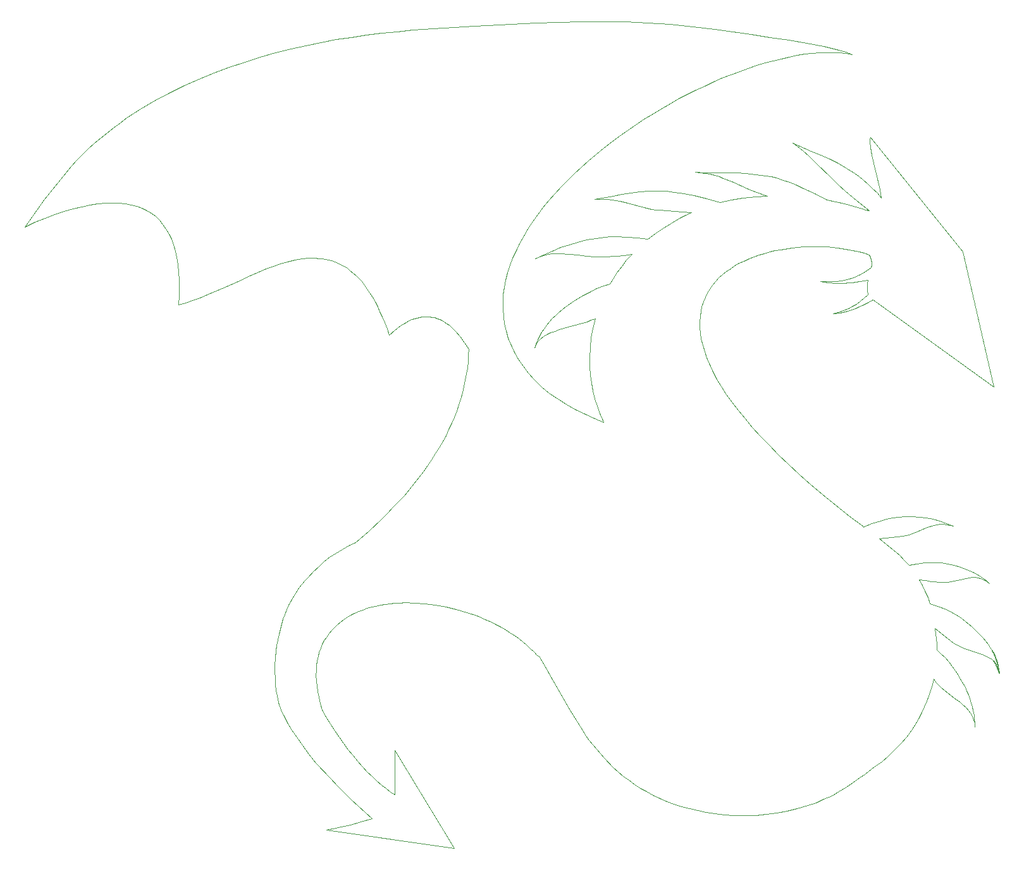
<source format=gbr>
G04 #@! TF.GenerationSoftware,KiCad,Pcbnew,5.1.2*
G04 #@! TF.CreationDate,2019-10-10T00:14:00-05:00*
G04 #@! TF.ProjectId,dragos,64726167-6f73-42e6-9b69-6361645f7063,rev?*
G04 #@! TF.SameCoordinates,Original*
G04 #@! TF.FileFunction,Profile,NP*
%FSLAX46Y46*%
G04 Gerber Fmt 4.6, Leading zero omitted, Abs format (unit mm)*
G04 Created by KiCad (PCBNEW 5.1.2) date 2019-10-10 00:14:00*
%MOMM*%
%LPD*%
G04 APERTURE LIST*
%ADD10C,0.150000*%
%ADD11C,0.100000*%
G04 APERTURE END LIST*
D10*
X208000000Y-124250000D02*
X208500000Y-125550000D01*
X208000000Y-124250000D02*
X207745500Y-123899340D01*
X207800000Y-123000000D02*
X207554490Y-122528064D01*
X208150000Y-123900000D02*
X207802280Y-122997609D01*
X208250000Y-124200000D02*
X208150000Y-123900000D01*
X208350000Y-124600000D02*
X208250000Y-124200000D01*
X208500000Y-125550000D02*
X208350000Y-124600000D01*
D11*
X207745500Y-123899340D02*
X207397000Y-123613140D01*
X207397000Y-123613140D02*
X207002500Y-123364579D01*
X207002500Y-123364579D02*
X206570110Y-123146900D01*
X206570110Y-123146900D02*
X206107940Y-122953337D01*
X206107940Y-122953337D02*
X205126750Y-122611519D01*
X205126750Y-122611519D02*
X204123920Y-122285008D01*
X204123920Y-122285008D02*
X203634680Y-122110588D01*
X203634680Y-122110588D02*
X203164380Y-121919707D01*
X203164380Y-121919707D02*
X202721160Y-121705601D01*
X202721160Y-121705601D02*
X202313130Y-121461506D01*
X202313130Y-121461506D02*
X201152690Y-120563139D01*
X201152690Y-120563139D02*
X199893240Y-119501432D01*
X199893240Y-119501432D02*
X199983340Y-120195627D01*
X199983340Y-120195627D02*
X200052840Y-120906151D01*
X200052840Y-120906151D02*
X200097440Y-121633011D01*
X200097440Y-121633011D02*
X200113240Y-122376204D01*
X200113240Y-122376204D02*
X200665280Y-122882558D01*
X200665280Y-122882558D02*
X201196680Y-123421580D01*
X201196680Y-123421580D02*
X201703340Y-123993270D01*
X201703340Y-123993270D02*
X202181140Y-124597620D01*
X202181140Y-124597620D02*
X202806050Y-125499640D01*
X202806050Y-125499640D02*
X203385580Y-126439950D01*
X203385580Y-126439950D02*
X203907370Y-127415990D01*
X203907370Y-127415990D02*
X204142750Y-127916610D01*
X204142750Y-127916610D02*
X204359030Y-128425200D01*
X204359030Y-128425200D02*
X204554700Y-128941460D01*
X204554700Y-128941460D02*
X204728200Y-129465040D01*
X204728200Y-129465040D02*
X204877980Y-129995650D01*
X204877980Y-129995650D02*
X205002490Y-130532960D01*
X205002490Y-130532960D02*
X205100190Y-131076650D01*
X205100190Y-131076650D02*
X205169590Y-131626400D01*
X205169590Y-131626400D02*
X205208990Y-132181890D01*
X205208990Y-132181890D02*
X205216990Y-132742810D01*
X205216990Y-132742810D02*
X205206690Y-132478570D01*
X205206690Y-132478570D02*
X205176590Y-132224530D01*
X205176590Y-132224530D02*
X205060790Y-131744990D01*
X205060790Y-131744990D02*
X204877690Y-131300030D01*
X204877690Y-131300030D02*
X204635420Y-130885500D01*
X204635420Y-130885500D02*
X204342110Y-130497260D01*
X204342110Y-130497260D02*
X204005880Y-130131160D01*
X204005880Y-130131160D02*
X203634840Y-129783060D01*
X203634840Y-129783060D02*
X203237130Y-129448800D01*
X203237130Y-129448800D02*
X202394120Y-128805220D01*
X202394120Y-128805220D02*
X201541820Y-128167260D01*
X201541820Y-128167260D02*
X201132510Y-127840020D01*
X201132510Y-127840020D02*
X200745230Y-127501740D01*
X200745230Y-127501740D02*
X200388110Y-127148270D01*
X200388110Y-127148270D02*
X200069270Y-126775480D01*
X200069270Y-126775480D02*
X199909790Y-126535910D01*
X199909790Y-126535910D02*
X199717290Y-126296350D01*
X199717290Y-126296350D02*
X199535810Y-127045670D01*
X199535810Y-127045670D02*
X199321320Y-127790900D01*
X199321320Y-127790900D02*
X199073830Y-128532050D01*
X199073830Y-128532050D02*
X198793340Y-129269120D01*
X198793340Y-129269120D02*
X198479860Y-130002110D01*
X198479860Y-130002110D02*
X198133380Y-130731010D01*
X198133380Y-130731010D02*
X197753890Y-131455830D01*
X197753890Y-131455830D02*
X197341410Y-132176560D01*
X197341410Y-132176560D02*
X196716510Y-133136350D01*
X196716510Y-133136350D02*
X196029730Y-134056330D01*
X196029730Y-134056330D02*
X195281080Y-134937510D01*
X195281080Y-134937510D02*
X194470550Y-135780920D01*
X194470550Y-135780920D02*
X193598160Y-136587570D01*
X193598160Y-136587570D02*
X192752210Y-137336640D01*
X192752210Y-137336640D02*
X191778160Y-138072870D01*
X191778160Y-138072870D02*
X191010780Y-138680800D01*
X191010780Y-138680800D02*
X190479680Y-139080590D01*
X190479680Y-139080590D02*
X189780660Y-139531670D01*
X189780660Y-139531670D02*
X188910330Y-140177470D01*
X188910330Y-140177470D02*
X187998760Y-140800200D01*
X187998760Y-140800200D02*
X187045930Y-141378010D01*
X187045930Y-141378010D02*
X186051850Y-141910900D01*
X186051850Y-141910900D02*
X185016520Y-142398880D01*
X185016520Y-142398880D02*
X183939950Y-142841930D01*
X183939950Y-142841930D02*
X182822130Y-143240080D01*
X182822130Y-143240080D02*
X181448660Y-143646210D01*
X181448660Y-143646210D02*
X180067460Y-143981910D01*
X180067460Y-143981910D02*
X178679030Y-144246140D01*
X178679030Y-144246140D02*
X177283900Y-144437900D01*
X177283900Y-144437900D02*
X175882590Y-144556150D01*
X175882590Y-144556150D02*
X174475610Y-144599850D01*
X174475610Y-144599850D02*
X173063460Y-144568050D01*
X173063460Y-144568050D02*
X171646682Y-144459660D01*
X171646682Y-144459660D02*
X170427976Y-144312470D01*
X170427976Y-144312470D02*
X169247425Y-144131610D01*
X169247425Y-144131610D02*
X168106060Y-143916040D01*
X168106060Y-143916040D02*
X167004911Y-143664730D01*
X167004911Y-143664730D02*
X165945009Y-143376680D01*
X165945009Y-143376680D02*
X164927388Y-143050840D01*
X164927388Y-143050840D02*
X163953076Y-142686220D01*
X163953076Y-142686220D02*
X163023104Y-142281790D01*
X163023104Y-142281790D02*
X162130344Y-141844860D01*
X162130344Y-141844860D02*
X161268003Y-141383430D01*
X161268003Y-141383430D02*
X160437631Y-140897490D01*
X160437631Y-140897490D02*
X159640771Y-140387060D01*
X159640771Y-140387060D02*
X158878973Y-139852130D01*
X158878973Y-139852130D02*
X158153781Y-139292680D01*
X158153781Y-139292680D02*
X157466745Y-138708750D01*
X157466745Y-138708750D02*
X156819409Y-138100300D01*
X156819409Y-138100300D02*
X155623907Y-136867780D01*
X155623907Y-136867780D02*
X154548022Y-135655660D01*
X154548022Y-135655660D02*
X153595880Y-134468050D01*
X153595880Y-134468050D02*
X153167503Y-133884700D01*
X153167503Y-133884700D02*
X152771609Y-133309020D01*
X152771609Y-133309020D02*
X151939086Y-131985290D01*
X151939086Y-131985290D02*
X150962198Y-130363470D01*
X150962198Y-130363470D02*
X149845065Y-128439470D01*
X149845065Y-128439470D02*
X148591813Y-126209210D01*
X148591813Y-126209210D02*
X147747820Y-124685550D01*
X147747820Y-124685550D02*
X146900200Y-123245449D01*
X146900200Y-123245449D02*
X146658971Y-123146209D01*
X146658971Y-123146209D02*
X146195062Y-122660596D01*
X146195062Y-122660596D02*
X145708997Y-122190624D01*
X145708997Y-122190624D02*
X145201879Y-121736475D01*
X145201879Y-121736475D02*
X144674804Y-121298332D01*
X144674804Y-121298332D02*
X144128873Y-120876383D01*
X144128873Y-120876383D02*
X143565189Y-120470808D01*
X143565189Y-120470808D02*
X142984844Y-120081793D01*
X142984844Y-120081793D02*
X142388941Y-119709523D01*
X142388941Y-119709523D02*
X141778578Y-119354182D01*
X141778578Y-119354182D02*
X141154858Y-119015952D01*
X141154858Y-119015952D02*
X140518876Y-118695017D01*
X140518876Y-118695017D02*
X139871736Y-118391566D01*
X139871736Y-118391566D02*
X138548367Y-117837838D01*
X138548367Y-117837838D02*
X137193546Y-117356244D01*
X137193546Y-117356244D02*
X135816068Y-116948253D01*
X135816068Y-116948253D02*
X134424729Y-116615340D01*
X134424729Y-116615340D02*
X133028323Y-116358979D01*
X133028323Y-116358979D02*
X131635641Y-116180642D01*
X131635641Y-116180642D02*
X130255483Y-116081802D01*
X130255483Y-116081802D02*
X128896639Y-116063922D01*
X128896639Y-116063922D02*
X128227961Y-116085802D01*
X128227961Y-116085802D02*
X127567906Y-116128492D01*
X127567906Y-116128492D02*
X126917580Y-116192162D01*
X126917580Y-116192162D02*
X126278080Y-116276992D01*
X126278080Y-116276992D02*
X125650505Y-116383158D01*
X125650505Y-116383158D02*
X125035952Y-116510860D01*
X125035952Y-116510860D02*
X124435523Y-116660290D01*
X124435523Y-116660290D02*
X123850318Y-116831610D01*
X123850318Y-116831610D02*
X123281433Y-117025016D01*
X123281433Y-117025016D02*
X122729973Y-117240688D01*
X122729973Y-117240688D02*
X122197032Y-117478814D01*
X122197032Y-117478814D02*
X121683710Y-117739575D01*
X121683710Y-117739575D02*
X121191110Y-118023157D01*
X121191110Y-118023157D02*
X120720328Y-118329743D01*
X120720328Y-118329743D02*
X120272461Y-118659520D01*
X120272461Y-118659520D02*
X119848615Y-119012667D01*
X119848615Y-119012667D02*
X119449886Y-119389372D01*
X119449886Y-119389372D02*
X119077371Y-119789818D01*
X119077371Y-119789818D02*
X118732172Y-120214191D01*
X118732172Y-120214191D02*
X118415388Y-120662671D01*
X118415388Y-120662671D02*
X118128119Y-121135446D01*
X118128119Y-121135446D02*
X117871462Y-121632696D01*
X117871462Y-121632696D02*
X117646520Y-122154611D01*
X117646520Y-122154611D02*
X117454388Y-122701371D01*
X117454388Y-122701371D02*
X117296161Y-123273162D01*
X117296161Y-123273162D02*
X117172957Y-123870170D01*
X117172957Y-123870170D02*
X117085857Y-124492570D01*
X117085857Y-124492570D02*
X117035977Y-125140550D01*
X117035977Y-125140550D02*
X117024347Y-125814300D01*
X117024347Y-125814300D02*
X117052177Y-126514010D01*
X117052177Y-126514010D02*
X117120507Y-127239840D01*
X117120507Y-127239840D02*
X117230451Y-127992000D01*
X117230451Y-127992000D02*
X117383106Y-128770650D01*
X117383106Y-128770650D02*
X117579556Y-129576000D01*
X117579556Y-129576000D02*
X117820910Y-130408220D01*
X117820910Y-130408220D02*
X118362464Y-131354050D01*
X118362464Y-131354050D02*
X118923935Y-132280540D01*
X118923935Y-132280540D02*
X119503068Y-133185170D01*
X119503068Y-133185170D02*
X120097611Y-134065380D01*
X120097611Y-134065380D02*
X120705311Y-134918640D01*
X120705311Y-134918640D02*
X121323914Y-135742400D01*
X121323914Y-135742400D02*
X121951167Y-136534120D01*
X121951167Y-136534120D02*
X122584818Y-137291260D01*
X122584818Y-137291260D02*
X123222612Y-138011280D01*
X123222612Y-138011280D02*
X123862297Y-138691640D01*
X123862297Y-138691640D02*
X124501620Y-139329790D01*
X124501620Y-139329790D02*
X125138328Y-139923200D01*
X125138328Y-139923200D02*
X125770166Y-140469310D01*
X125770166Y-140469310D02*
X126394883Y-140965600D01*
X126394883Y-140965600D02*
X127010225Y-141409510D01*
X127010225Y-141409510D02*
X127613939Y-141798510D01*
X127613939Y-141798510D02*
X127604739Y-135835310D01*
X127604739Y-135835310D02*
X135524351Y-148946010D01*
X135524351Y-148946010D02*
X118409194Y-146506810D01*
X118409194Y-146506810D02*
X118799341Y-146462810D01*
X118799341Y-146462810D02*
X119267924Y-146383010D01*
X119267924Y-146383010D02*
X120387032Y-146136630D01*
X120387032Y-146136630D02*
X121659791Y-145808600D01*
X121659791Y-145808600D02*
X122979466Y-145439720D01*
X122979466Y-145439720D02*
X124567675Y-145003600D01*
X124567675Y-145003600D02*
X123593365Y-144170050D01*
X123593365Y-144170050D02*
X122637302Y-143307660D01*
X122637302Y-143307660D02*
X121694872Y-142417460D01*
X121694872Y-142417460D02*
X120761463Y-141500470D01*
X120761463Y-141500470D02*
X119832462Y-140557720D01*
X119832462Y-140557720D02*
X118903254Y-139590240D01*
X118903254Y-139590240D02*
X117025768Y-137585210D01*
X117025768Y-137585210D02*
X117025768Y-137585210D01*
X117025768Y-137585210D02*
X116669407Y-137145300D01*
X116669407Y-137145300D02*
X116041447Y-136389730D01*
X116041447Y-136389730D02*
X115171853Y-135166310D01*
X115171853Y-135166310D02*
X114467629Y-134099440D01*
X114467629Y-134099440D02*
X113794857Y-133102230D01*
X113794857Y-133102230D02*
X113181893Y-132100930D01*
X113181893Y-132100930D02*
X112657095Y-131127190D01*
X112657095Y-131127190D02*
X112436622Y-130660550D01*
X112436622Y-130660550D02*
X112248827Y-130212660D01*
X112248827Y-130212660D02*
X112097251Y-129787490D01*
X112097251Y-129787490D02*
X111985440Y-129388990D01*
X111985440Y-129388990D02*
X111820629Y-128610910D01*
X111820629Y-128610910D02*
X111689838Y-127811400D01*
X111689838Y-127811400D02*
X111594098Y-126989430D01*
X111594098Y-126989430D02*
X111534468Y-126143980D01*
X111534468Y-126143980D02*
X111511958Y-125274030D01*
X111511958Y-125274030D02*
X111527598Y-124378560D01*
X111527598Y-124378560D02*
X111582428Y-123456540D01*
X111582428Y-123456540D02*
X111677468Y-122506957D01*
X111677468Y-122506957D02*
X111779054Y-121756116D01*
X111779054Y-121756116D02*
X111902365Y-121022696D01*
X111902365Y-121022696D02*
X112047453Y-120306757D01*
X112047453Y-120306757D02*
X112214391Y-119608366D01*
X112214391Y-119608366D02*
X112403241Y-118927581D01*
X112403241Y-118927581D02*
X112614068Y-118264473D01*
X112614068Y-118264473D02*
X112846937Y-117619103D01*
X112846937Y-117619103D02*
X113101910Y-116991533D01*
X113101910Y-116991533D02*
X113379055Y-116381829D01*
X113379055Y-116381829D02*
X113678436Y-115790053D01*
X113678436Y-115790053D02*
X114000116Y-115216271D01*
X114000116Y-115216271D02*
X114344159Y-114660545D01*
X114344159Y-114660545D02*
X114710632Y-114122940D01*
X114710632Y-114122940D02*
X115099598Y-113603518D01*
X115099598Y-113603518D02*
X115511122Y-113102344D01*
X115511122Y-113102344D02*
X115945267Y-112619483D01*
X115945267Y-112619483D02*
X116653752Y-111883274D01*
X116653752Y-111883274D02*
X117375517Y-111196035D01*
X117375517Y-111196035D02*
X118116452Y-110556016D01*
X118116452Y-110556016D02*
X118882455Y-109961459D01*
X118882455Y-109961459D02*
X119679428Y-109410616D01*
X119679428Y-109410616D02*
X120513259Y-108901734D01*
X120513259Y-108901734D02*
X121389846Y-108433058D01*
X121389846Y-108433058D02*
X122315087Y-108002840D01*
X122315087Y-108002840D02*
X124103939Y-106435390D01*
X124103939Y-106435390D02*
X125782114Y-104861091D01*
X125782114Y-104861091D02*
X126579591Y-104071366D01*
X126579591Y-104071366D02*
X127349267Y-103279923D01*
X127349267Y-103279923D02*
X128091101Y-102486756D01*
X128091101Y-102486756D02*
X128805047Y-101691864D01*
X128805047Y-101691864D02*
X129491065Y-100895245D01*
X129491065Y-100895245D02*
X130149108Y-100096893D01*
X130149108Y-100096893D02*
X130779135Y-99296807D01*
X130779135Y-99296807D02*
X131381101Y-98494987D01*
X131381101Y-98494987D02*
X131954961Y-97691428D01*
X131954961Y-97691428D02*
X132500675Y-96886126D01*
X132500675Y-96886126D02*
X133018197Y-96079080D01*
X133018197Y-96079080D02*
X133507484Y-95270287D01*
X133507484Y-95270287D02*
X133968494Y-94459745D01*
X133968494Y-94459745D02*
X134401180Y-93647450D01*
X134401180Y-93647450D02*
X134805502Y-92833401D01*
X134805502Y-92833401D02*
X135181415Y-92017592D01*
X135181415Y-92017592D02*
X135528876Y-91200025D01*
X135528876Y-91200025D02*
X135847838Y-90380691D01*
X135847838Y-90380691D02*
X136138264Y-89559596D01*
X136138264Y-89559596D02*
X136400105Y-88736731D01*
X136400105Y-88736731D02*
X136633322Y-87912092D01*
X136633322Y-87912092D02*
X136837867Y-87085682D01*
X136837867Y-87085682D02*
X137013696Y-86257494D01*
X137013696Y-86257494D02*
X137160765Y-85427527D01*
X137160765Y-85427527D02*
X137279026Y-84595779D01*
X137279026Y-84595779D02*
X137368456Y-83762244D01*
X137368456Y-83762244D02*
X137429006Y-82926925D01*
X137429006Y-82926925D02*
X137460626Y-82089812D01*
X137460626Y-82089812D02*
X136897483Y-81215286D01*
X136897483Y-81215286D02*
X136321671Y-80434842D01*
X136321671Y-80434842D02*
X135732978Y-79750029D01*
X135732978Y-79750029D02*
X135131198Y-79162399D01*
X135131198Y-79162399D02*
X134825333Y-78905514D01*
X134825333Y-78905514D02*
X134516119Y-78673508D01*
X134516119Y-78673508D02*
X134203527Y-78466574D01*
X134203527Y-78466574D02*
X133887533Y-78284906D01*
X133887533Y-78284906D02*
X133568108Y-78128710D01*
X133568108Y-78128710D02*
X133245229Y-77998156D01*
X133245229Y-77998156D02*
X132918869Y-77893463D01*
X132918869Y-77893463D02*
X132589000Y-77814813D01*
X132589000Y-77814813D02*
X132255597Y-77762393D01*
X132255597Y-77762393D02*
X131918636Y-77736413D01*
X131918636Y-77736413D02*
X131578088Y-77737049D01*
X131578088Y-77737049D02*
X131233928Y-77764519D01*
X131233928Y-77764519D02*
X130886130Y-77818999D01*
X130886130Y-77818999D02*
X130534666Y-77900669D01*
X130534666Y-77900669D02*
X130179513Y-78009745D01*
X130179513Y-78009745D02*
X129820644Y-78146416D01*
X129820644Y-78146416D02*
X129458030Y-78310878D01*
X129458030Y-78310878D02*
X129091648Y-78503327D01*
X129091648Y-78503327D02*
X128721471Y-78723955D01*
X128721471Y-78723955D02*
X128347473Y-78972955D01*
X128347473Y-78972955D02*
X127587908Y-79556854D01*
X127587908Y-79556854D02*
X126812745Y-80256569D01*
X126812745Y-80256569D02*
X126812745Y-80256569D01*
X126812745Y-80256569D02*
X126517146Y-79392450D01*
X126517146Y-79392450D02*
X126213422Y-78573154D01*
X126213422Y-78573154D02*
X125901743Y-77797745D01*
X125901743Y-77797745D02*
X125582276Y-77065279D01*
X125582276Y-77065279D02*
X125255194Y-76374818D01*
X125255194Y-76374818D02*
X124920668Y-75725424D01*
X124920668Y-75725424D02*
X124578863Y-75116152D01*
X124578863Y-75116152D02*
X124229959Y-74546069D01*
X124229959Y-74546069D02*
X123874119Y-74014229D01*
X123874119Y-74014229D02*
X123511514Y-73519694D01*
X123511514Y-73519694D02*
X123142317Y-73061528D01*
X123142317Y-73061528D02*
X122766697Y-72638788D01*
X122766697Y-72638788D02*
X122384824Y-72250531D01*
X122384824Y-72250531D02*
X121996867Y-71895824D01*
X121996867Y-71895824D02*
X121603002Y-71573722D01*
X121603002Y-71573722D02*
X121203394Y-71283287D01*
X121203394Y-71283287D02*
X120798215Y-71023578D01*
X120798215Y-71023578D02*
X120387635Y-70793657D01*
X120387635Y-70793657D02*
X119971826Y-70592585D01*
X119971826Y-70592585D02*
X119550956Y-70419419D01*
X119550956Y-70419419D02*
X119125199Y-70273215D01*
X119125199Y-70273215D02*
X118694720Y-70153038D01*
X118694720Y-70153038D02*
X118259694Y-70057968D01*
X118259694Y-70057968D02*
X117820291Y-69987028D01*
X117820291Y-69987028D02*
X117376678Y-69939308D01*
X117376678Y-69939308D02*
X116929029Y-69913848D01*
X116929029Y-69913848D02*
X116477512Y-69909848D01*
X116477512Y-69909848D02*
X116022299Y-69926138D01*
X116022299Y-69926138D02*
X115101465Y-70016078D01*
X115101465Y-70016078D02*
X114167891Y-70176291D01*
X114167891Y-70176291D02*
X113222935Y-70399261D01*
X113222935Y-70399261D02*
X112267966Y-70677472D01*
X112267966Y-70677472D02*
X111304346Y-71003403D01*
X111304346Y-71003403D02*
X110333434Y-71369542D01*
X110333434Y-71369542D02*
X109356595Y-71768363D01*
X109356595Y-71768363D02*
X108375196Y-72192354D01*
X108375196Y-72192354D02*
X106404160Y-73085762D01*
X106404160Y-73085762D02*
X104431231Y-73989613D01*
X104431231Y-73989613D02*
X102467313Y-74843762D01*
X102467313Y-74843762D02*
X101492140Y-75233401D01*
X101492140Y-75233401D02*
X100523310Y-75588060D01*
X100523310Y-75588060D02*
X99562186Y-75900219D01*
X99562186Y-75900219D02*
X98610131Y-76162359D01*
X98610131Y-76162359D02*
X98673341Y-74977585D01*
X98673341Y-74977585D02*
X98694911Y-73843200D01*
X98694911Y-73843200D02*
X98674431Y-72759691D01*
X98674431Y-72759691D02*
X98611501Y-71727543D01*
X98611501Y-71727543D02*
X98505713Y-70747250D01*
X98505713Y-70747250D02*
X98356667Y-69819297D01*
X98356667Y-69819297D02*
X98163966Y-68944172D01*
X98163966Y-68944172D02*
X97927198Y-68122368D01*
X97927198Y-68122368D02*
X97645965Y-67354369D01*
X97645965Y-67354369D02*
X97319857Y-66640666D01*
X97319857Y-66640666D02*
X96948470Y-65981748D01*
X96948470Y-65981748D02*
X96531404Y-65378102D01*
X96531404Y-65378102D02*
X96068252Y-64830219D01*
X96068252Y-64830219D02*
X95558611Y-64338588D01*
X95558611Y-64338588D02*
X95002079Y-63903693D01*
X95002079Y-63903693D02*
X94398249Y-63526027D01*
X94398249Y-63526027D02*
X93746720Y-63206075D01*
X93746720Y-63206075D02*
X93047085Y-62944338D01*
X93047085Y-62944338D02*
X92298943Y-62741287D01*
X92298943Y-62741287D02*
X91501888Y-62597421D01*
X91501888Y-62597421D02*
X90655521Y-62513211D01*
X90655521Y-62513211D02*
X89759431Y-62489181D01*
X89759431Y-62489181D02*
X88813219Y-62525791D01*
X88813219Y-62525791D02*
X87816480Y-62623541D01*
X87816480Y-62623541D02*
X86768810Y-62782916D01*
X86768810Y-62782916D02*
X85669803Y-63004402D01*
X85669803Y-63004402D02*
X84519060Y-63288494D01*
X84519060Y-63288494D02*
X83316172Y-63635674D01*
X83316172Y-63635674D02*
X82060739Y-64046437D01*
X82060739Y-64046437D02*
X80752354Y-64521268D01*
X80752354Y-64521268D02*
X79390615Y-65060660D01*
X79390615Y-65060660D02*
X78057997Y-65747119D01*
X78057997Y-65747119D02*
X80697504Y-62017160D01*
X80697504Y-62017160D02*
X82077248Y-60213620D01*
X82077248Y-60213620D02*
X83518868Y-58434583D01*
X83518868Y-58434583D02*
X84244170Y-57601365D01*
X84244170Y-57601365D02*
X84992301Y-56792043D01*
X84992301Y-56792043D02*
X85762379Y-56006266D01*
X85762379Y-56006266D02*
X86553515Y-55243681D01*
X86553515Y-55243681D02*
X87364826Y-54503937D01*
X87364826Y-54503937D02*
X88195421Y-53786686D01*
X88195421Y-53786686D02*
X89044418Y-53091575D01*
X89044418Y-53091575D02*
X89910928Y-52418252D01*
X89910928Y-52418252D02*
X90794068Y-51766367D01*
X90794068Y-51766367D02*
X91692948Y-51135569D01*
X91692948Y-51135569D02*
X92606685Y-50525509D01*
X92606685Y-50525509D02*
X93534391Y-49935833D01*
X93534391Y-49935833D02*
X95428168Y-48816237D01*
X95428168Y-48816237D02*
X97367188Y-47773971D01*
X97367188Y-47773971D02*
X99344362Y-46806229D01*
X99344362Y-46806229D02*
X101352602Y-45910202D01*
X101352602Y-45910202D02*
X103384818Y-45083083D01*
X103384818Y-45083083D02*
X105433919Y-44322066D01*
X105433919Y-44322066D02*
X107492815Y-43624343D01*
X107492815Y-43624343D02*
X109554420Y-42987106D01*
X109554420Y-42987106D02*
X111611641Y-42407550D01*
X111611641Y-42407550D02*
X113657391Y-41882866D01*
X113657391Y-41882866D02*
X115660282Y-41418795D01*
X115660282Y-41418795D02*
X117675288Y-41004236D01*
X117675288Y-41004236D02*
X119701121Y-40635616D01*
X119701121Y-40635616D02*
X121736496Y-40309363D01*
X121736496Y-40309363D02*
X123780117Y-40021902D01*
X123780117Y-40021902D02*
X125830701Y-39769663D01*
X125830701Y-39769663D02*
X127886954Y-39549071D01*
X127886954Y-39549071D02*
X129947592Y-39356552D01*
X129947592Y-39356552D02*
X134076857Y-39041443D01*
X134076857Y-39041443D02*
X138208185Y-38795753D01*
X138208185Y-38795753D02*
X146435783Y-38398295D01*
X146435783Y-38398295D02*
X149449377Y-38274937D01*
X149449377Y-38274937D02*
X152453173Y-38203647D01*
X152453173Y-38203647D02*
X155449752Y-38191617D01*
X155449752Y-38191617D02*
X158441694Y-38245897D01*
X158441694Y-38245897D02*
X161431570Y-38373677D01*
X161431570Y-38373677D02*
X164421962Y-38582105D01*
X164421962Y-38582105D02*
X167415447Y-38878327D01*
X167415447Y-38878327D02*
X170414603Y-39269490D01*
X170414603Y-39269490D02*
X175267430Y-39952794D01*
X175267430Y-39952794D02*
X177793610Y-40307716D01*
X177793610Y-40307716D02*
X180297620Y-40685098D01*
X180297620Y-40685098D02*
X182712950Y-41095149D01*
X182712950Y-41095149D02*
X184973080Y-41548075D01*
X184973080Y-41548075D02*
X186024160Y-41793806D01*
X186024160Y-41793806D02*
X187011500Y-42054087D01*
X187011500Y-42054087D02*
X187926780Y-42330189D01*
X187926780Y-42330189D02*
X188761720Y-42623399D01*
X188761720Y-42623399D02*
X187956620Y-42488875D01*
X187956620Y-42488875D02*
X187114230Y-42399125D01*
X187114230Y-42399125D02*
X186236570Y-42353225D01*
X186236570Y-42353225D02*
X185325650Y-42350225D01*
X185325650Y-42350225D02*
X184383500Y-42389305D01*
X184383500Y-42389305D02*
X183412140Y-42469475D01*
X183412140Y-42469475D02*
X182413580Y-42589862D01*
X182413580Y-42589862D02*
X181389840Y-42749528D01*
X181389840Y-42749528D02*
X180342960Y-42947565D01*
X180342960Y-42947565D02*
X179274930Y-43183057D01*
X179274930Y-43183057D02*
X178187800Y-43455091D01*
X178187800Y-43455091D02*
X177083580Y-43762754D01*
X177083580Y-43762754D02*
X175964280Y-44105129D01*
X175964280Y-44105129D02*
X174831920Y-44481304D01*
X174831920Y-44481304D02*
X173688540Y-44890364D01*
X173688540Y-44890364D02*
X172536136Y-45331395D01*
X172536136Y-45331395D02*
X171376743Y-45803483D01*
X171376743Y-45803483D02*
X170212379Y-46305715D01*
X170212379Y-46305715D02*
X169045063Y-46837173D01*
X169045063Y-46837173D02*
X167876812Y-47396948D01*
X167876812Y-47396948D02*
X166709651Y-47984121D01*
X166709651Y-47984121D02*
X165545595Y-48597780D01*
X165545595Y-48597780D02*
X164386667Y-49237011D01*
X164386667Y-49237011D02*
X163234889Y-49900897D01*
X163234889Y-49900897D02*
X162092278Y-50588529D01*
X162092278Y-50588529D02*
X160960857Y-51298990D01*
X160960857Y-51298990D02*
X159842642Y-52031364D01*
X159842642Y-52031364D02*
X158739655Y-52784742D01*
X158739655Y-52784742D02*
X157653917Y-53558203D01*
X157653917Y-53558203D02*
X156587448Y-54350838D01*
X156587448Y-54350838D02*
X155542268Y-55161731D01*
X155542268Y-55161731D02*
X154520397Y-55989966D01*
X154520397Y-55989966D02*
X153523854Y-56834632D01*
X153523854Y-56834632D02*
X152554659Y-57694814D01*
X152554659Y-57694814D02*
X151614834Y-58569597D01*
X151614834Y-58569597D02*
X150706398Y-59458066D01*
X150706398Y-59458066D02*
X149831372Y-60359310D01*
X149831372Y-60359310D02*
X148991773Y-61272408D01*
X148991773Y-61272408D02*
X148189626Y-62196456D01*
X148189626Y-62196456D02*
X147426948Y-63130533D01*
X147426948Y-63130533D02*
X146705760Y-64073723D01*
X146705760Y-64073723D02*
X146028080Y-65025117D01*
X146028080Y-65025117D02*
X145395931Y-65983799D01*
X145395931Y-65983799D02*
X144811332Y-66948854D01*
X144811332Y-66948854D02*
X144276304Y-67919368D01*
X144276304Y-67919368D02*
X143792865Y-68894427D01*
X143792865Y-68894427D02*
X143363036Y-69873118D01*
X143363036Y-69873118D02*
X142988838Y-70854524D01*
X142988838Y-70854524D02*
X142672290Y-71837732D01*
X142672290Y-71837732D02*
X142415414Y-72821832D01*
X142415414Y-72821832D02*
X142220226Y-73805903D01*
X142220226Y-73805903D02*
X142088761Y-74789035D01*
X142088761Y-74789035D02*
X142023011Y-75770313D01*
X142023011Y-75770313D02*
X142024911Y-76748820D01*
X142024911Y-76748820D02*
X142096681Y-77723646D01*
X142096681Y-77723646D02*
X142240257Y-78693876D01*
X142240257Y-78693876D02*
X142457637Y-79658593D01*
X142457637Y-79658593D02*
X142750849Y-80616886D01*
X142750849Y-80616886D02*
X143121910Y-81567840D01*
X143121910Y-81567840D02*
X143572845Y-82510538D01*
X143572845Y-82510538D02*
X144105672Y-83444070D01*
X144105672Y-83444070D02*
X144722411Y-84367520D01*
X144722411Y-84367520D02*
X145425080Y-85279973D01*
X145425080Y-85279973D02*
X146215702Y-86180516D01*
X146215702Y-86180516D02*
X146697972Y-86668108D01*
X146697972Y-86668108D02*
X147202989Y-87135029D01*
X147202989Y-87135029D02*
X147728761Y-87582043D01*
X147728761Y-87582043D02*
X148273288Y-88009916D01*
X148273288Y-88009916D02*
X149410615Y-88811300D01*
X149410615Y-88811300D02*
X150598986Y-89545307D01*
X150598986Y-89545307D02*
X151822417Y-90218060D01*
X151822417Y-90218060D02*
X153064925Y-90835687D01*
X153064925Y-90835687D02*
X154310525Y-91404315D01*
X154310525Y-91404315D02*
X155543310Y-91930131D01*
X155543310Y-91930131D02*
X155411329Y-91668787D01*
X155411329Y-91668787D02*
X154994637Y-90723291D01*
X154994637Y-90723291D02*
X154635177Y-89748190D01*
X154635177Y-89748190D02*
X154332436Y-88742461D01*
X154332436Y-88742461D02*
X154085892Y-87705087D01*
X154085892Y-87705087D02*
X153895034Y-86635045D01*
X153895034Y-86635045D02*
X153759341Y-85531312D01*
X153759341Y-85531312D02*
X153678311Y-84392871D01*
X153678311Y-84392871D02*
X153651431Y-83218699D01*
X153651431Y-83218699D02*
X153700221Y-81887486D01*
X153700221Y-81887486D02*
X153843897Y-80572605D01*
X153843897Y-80572605D02*
X154078324Y-79274056D01*
X154078324Y-79274056D02*
X154399371Y-77991843D01*
X154399371Y-77991843D02*
X153852136Y-78216287D01*
X153852136Y-78216287D02*
X153271841Y-78419419D01*
X153271841Y-78419419D02*
X152044799Y-78782678D01*
X152044799Y-78782678D02*
X150783728Y-79123477D01*
X150783728Y-79123477D02*
X149554108Y-79483674D01*
X149554108Y-79483674D02*
X148971555Y-79684127D01*
X148971555Y-79684127D02*
X148421422Y-79905124D01*
X148421422Y-79905124D02*
X147911891Y-80151900D01*
X147911891Y-80151900D02*
X147451149Y-80429682D01*
X147451149Y-80429682D02*
X147047381Y-80743706D01*
X147047381Y-80743706D02*
X146708771Y-81099203D01*
X146708771Y-81099203D02*
X146443507Y-81501404D01*
X146443507Y-81501404D02*
X146340936Y-81721656D01*
X146340936Y-81721656D02*
X146259766Y-81955544D01*
X146259766Y-81955544D02*
X146450313Y-81393959D01*
X146450313Y-81393959D02*
X146674566Y-80852153D01*
X146674566Y-80852153D02*
X146931174Y-80329488D01*
X146931174Y-80329488D02*
X147218783Y-79825327D01*
X147218783Y-79825327D02*
X147536038Y-79339031D01*
X147536038Y-79339031D02*
X147881585Y-78869962D01*
X147881585Y-78869962D02*
X148254073Y-78417483D01*
X148254073Y-78417483D02*
X148652149Y-77980954D01*
X148652149Y-77980954D02*
X149074459Y-77559738D01*
X149074459Y-77559738D02*
X149519647Y-77153199D01*
X149519647Y-77153199D02*
X150473247Y-76381590D01*
X150473247Y-76381590D02*
X151502127Y-75661026D01*
X151502127Y-75661026D02*
X152595455Y-74986400D01*
X152595455Y-74986400D02*
X153632156Y-74428324D01*
X153632156Y-74428324D02*
X154586358Y-73984586D01*
X154586358Y-73984586D02*
X155491063Y-73638851D01*
X155491063Y-73638851D02*
X156379270Y-73374784D01*
X156379270Y-73374784D02*
X156775251Y-72677871D01*
X156775251Y-72677871D02*
X157327974Y-71812172D01*
X157327974Y-71812172D02*
X157930193Y-70979143D01*
X157930193Y-70979143D02*
X158581911Y-70178779D01*
X158581911Y-70178779D02*
X159283128Y-69411085D01*
X159283128Y-69411085D02*
X158246427Y-69526094D01*
X158246427Y-69526094D02*
X157259226Y-69612524D01*
X157259226Y-69612524D02*
X155499312Y-69715980D01*
X155499312Y-69715980D02*
X154936374Y-69731290D01*
X154936374Y-69731290D02*
X154369891Y-69716480D01*
X154369891Y-69716480D02*
X153228612Y-69622060D01*
X153228612Y-69622060D02*
X152080115Y-69484745D01*
X152080115Y-69484745D02*
X150929038Y-69356638D01*
X150929038Y-69356638D02*
X149780025Y-69289768D01*
X149780025Y-69289768D02*
X149207741Y-69295568D01*
X149207741Y-69295568D02*
X148637714Y-69336218D01*
X148637714Y-69336218D02*
X148070521Y-69418198D01*
X148070521Y-69418198D02*
X147506745Y-69548033D01*
X147506745Y-69548033D02*
X146946965Y-69732235D01*
X146946965Y-69732235D02*
X146391761Y-69977309D01*
X146391761Y-69977309D02*
X147512589Y-69441097D01*
X147512589Y-69441097D02*
X148634963Y-68946229D01*
X148634963Y-68946229D02*
X149764555Y-68497301D01*
X149764555Y-68497301D02*
X150907040Y-68098907D01*
X150907040Y-68098907D02*
X152068084Y-67755638D01*
X152068084Y-67755638D02*
X153253360Y-67472093D01*
X153253360Y-67472093D02*
X154468542Y-67252859D01*
X154468542Y-67252859D02*
X155719302Y-67102540D01*
X155719302Y-67102540D02*
X156457812Y-67053030D01*
X156457812Y-67053030D02*
X157189106Y-67033120D01*
X157189106Y-67033120D02*
X158634159Y-67069870D01*
X158634159Y-67069870D02*
X160062716Y-67188280D01*
X160062716Y-67188280D02*
X161483020Y-67363870D01*
X161483020Y-67363870D02*
X162464721Y-66603661D01*
X162464721Y-66603661D02*
X163495920Y-65888371D01*
X163495920Y-65888371D02*
X164576617Y-65213915D01*
X164576617Y-65213915D02*
X165706812Y-64576213D01*
X165706812Y-64576213D02*
X166498773Y-64151530D01*
X166498773Y-64151530D02*
X167290735Y-63792184D01*
X167290735Y-63792184D02*
X166123416Y-63738424D01*
X166123416Y-63738424D02*
X165013847Y-63656074D01*
X165013847Y-63656074D02*
X163066943Y-63487288D01*
X163066943Y-63487288D02*
X162523918Y-63423768D01*
X162523918Y-63423768D02*
X161983410Y-63334408D01*
X161983410Y-63334408D02*
X160907611Y-63097310D01*
X160907611Y-63097310D02*
X158760654Y-62523580D01*
X158760654Y-62523580D02*
X157680214Y-62263515D01*
X157680214Y-62263515D02*
X156588947Y-62072357D01*
X156588947Y-62072357D02*
X156037805Y-62014577D01*
X156037805Y-62014577D02*
X155482213Y-61988377D01*
X155482213Y-61988377D02*
X154921595Y-61998637D01*
X154921595Y-61998637D02*
X154355371Y-62049967D01*
X154355371Y-62049967D02*
X156745002Y-61573561D01*
X156745002Y-61573561D02*
X157931569Y-61360878D01*
X157931569Y-61360878D02*
X159118135Y-61178823D01*
X159118135Y-61178823D02*
X160308828Y-61037607D01*
X160308828Y-61037607D02*
X161507768Y-60947427D01*
X161507768Y-60947427D02*
X162719083Y-60918507D01*
X162719083Y-60918507D02*
X163946899Y-60961047D01*
X163946899Y-60961047D02*
X164879360Y-61047987D01*
X164879360Y-61047987D02*
X165796869Y-61174746D01*
X165796869Y-61174746D02*
X166700973Y-61336210D01*
X166700973Y-61336210D02*
X167593217Y-61527282D01*
X167593217Y-61527282D02*
X169348321Y-61977826D01*
X169348321Y-61977826D02*
X171074548Y-62485539D01*
X171074548Y-62485539D02*
X172609660Y-62134361D01*
X172609660Y-62134361D02*
X174181900Y-61864852D01*
X174181900Y-61864852D02*
X175795380Y-61677013D01*
X175795380Y-61677013D02*
X177454240Y-61570848D01*
X177454240Y-61570848D02*
X177190250Y-61483718D01*
X177190250Y-61483718D02*
X176027830Y-61084644D01*
X176027830Y-61084644D02*
X174903050Y-60626870D01*
X174903050Y-60626870D02*
X172685970Y-59659763D01*
X172685970Y-59659763D02*
X171553454Y-59212707D01*
X171553454Y-59212707D02*
X170972405Y-59011925D01*
X170972405Y-59011925D02*
X170378147Y-58831495D01*
X170378147Y-58831495D02*
X169768160Y-58675316D01*
X169768160Y-58675316D02*
X169139932Y-58547274D01*
X169139932Y-58547274D02*
X168490954Y-58451264D01*
X168490954Y-58451264D02*
X167818709Y-58391174D01*
X167818709Y-58391174D02*
X169185994Y-58448084D01*
X169185994Y-58448084D02*
X170548638Y-58470804D01*
X170548638Y-58470804D02*
X173257950Y-58505504D01*
X173257950Y-58505504D02*
X174603570Y-58563434D01*
X174603570Y-58563434D02*
X175942500Y-58679044D01*
X175942500Y-58679044D02*
X177274210Y-58875307D01*
X177274210Y-58875307D02*
X177937190Y-59010859D01*
X177937190Y-59010859D02*
X178598180Y-59175188D01*
X178598180Y-59175188D02*
X179522820Y-59454312D01*
X179522820Y-59454312D02*
X180418590Y-59766614D01*
X180418590Y-59766614D02*
X181289610Y-60108520D01*
X181289610Y-60108520D02*
X182140010Y-60476458D01*
X182140010Y-60476458D02*
X183795430Y-61276140D01*
X183795430Y-61276140D02*
X185417850Y-62137074D01*
X185417850Y-62137074D02*
X186598920Y-62375278D01*
X186598920Y-62375278D02*
X187771720Y-62637983D01*
X187771720Y-62637983D02*
X188944540Y-62933354D01*
X188944540Y-62933354D02*
X190125620Y-63269561D01*
X190125620Y-63269561D02*
X190576590Y-63438343D01*
X190576590Y-63438343D02*
X191093570Y-63574455D01*
X191093570Y-63574455D02*
X190195730Y-62884347D01*
X190195730Y-62884347D02*
X189355650Y-62202405D01*
X189355650Y-62202405D02*
X187881720Y-60961027D01*
X187881720Y-60961027D02*
X186942130Y-60108768D01*
X186942130Y-60108768D02*
X185958200Y-59157487D01*
X185958200Y-59157487D02*
X183976920Y-57182443D01*
X183976920Y-57182443D02*
X183039390Y-56270975D01*
X183039390Y-56270975D02*
X182177130Y-55485076D01*
X182177130Y-55485076D02*
X181420060Y-54880890D01*
X181420060Y-54880890D02*
X181090310Y-54664487D01*
X181090310Y-54664487D02*
X180798070Y-54514561D01*
X180798070Y-54514561D02*
X183290140Y-55546324D01*
X183290140Y-55546324D02*
X184515810Y-56073433D01*
X184515810Y-56073433D02*
X185720330Y-56627084D01*
X185720330Y-56627084D02*
X186898040Y-57221571D01*
X186898040Y-57221571D02*
X188043280Y-57871184D01*
X188043280Y-57871184D02*
X189150360Y-58590217D01*
X189150360Y-58590217D02*
X189687810Y-58980233D01*
X189687810Y-58980233D02*
X190213610Y-59392962D01*
X190213610Y-59392962D02*
X190890070Y-59982346D01*
X190890070Y-59982346D02*
X191533540Y-60579895D01*
X191533540Y-60579895D02*
X192144010Y-61193780D01*
X192144010Y-61193780D02*
X192721480Y-61832165D01*
X192721480Y-61832165D02*
X192518250Y-60790875D01*
X192518250Y-60790875D02*
X192258820Y-59635251D01*
X192258820Y-59635251D02*
X191693030Y-57225994D01*
X191693030Y-57225994D02*
X191447520Y-56094869D01*
X191447520Y-56094869D02*
X191267490Y-55094416D01*
X191267490Y-55094416D02*
X191183390Y-54285888D01*
X191183390Y-54285888D02*
X191186390Y-53972735D01*
X191186390Y-53972735D02*
X191225190Y-53730534D01*
X191225190Y-53730534D02*
X203588580Y-69062651D01*
X203588580Y-69062651D02*
X207724390Y-87138868D01*
X207724390Y-87138868D02*
X191577180Y-75509102D01*
X191577180Y-75509102D02*
X190823710Y-75873892D01*
X190823710Y-75873892D02*
X190169250Y-76206016D01*
X190169250Y-76206016D02*
X189722990Y-76426270D01*
X189722990Y-76426270D02*
X189247350Y-76628657D01*
X189247350Y-76628657D02*
X188238840Y-76973713D01*
X188238840Y-76973713D02*
X187205580Y-77228932D01*
X187205580Y-77228932D02*
X186209450Y-77382051D01*
X186209450Y-77382051D02*
X186953020Y-77162563D01*
X186953020Y-77162563D02*
X187637310Y-76924701D01*
X187637310Y-76924701D02*
X188269010Y-76662336D01*
X188269010Y-76662336D02*
X188854800Y-76369347D01*
X188854800Y-76369347D02*
X189401430Y-76039606D01*
X189401430Y-76039606D02*
X189915570Y-75666988D01*
X189915570Y-75666988D02*
X190403930Y-75245369D01*
X190403930Y-75245369D02*
X190873210Y-74768621D01*
X190873210Y-74768621D02*
X190830610Y-74211906D01*
X190830610Y-74211906D02*
X190829610Y-73712361D01*
X190829610Y-73712361D02*
X190861210Y-73261817D01*
X190861210Y-73261817D02*
X190917510Y-72852106D01*
X190917510Y-72852106D02*
X189773570Y-73020888D01*
X189773570Y-73020888D02*
X188761620Y-73157001D01*
X188761620Y-73157001D02*
X188255390Y-73224621D01*
X188255390Y-73224621D02*
X187731110Y-73265201D01*
X187731110Y-73265201D02*
X186655220Y-73271301D01*
X186655220Y-73271301D02*
X185587590Y-73187591D01*
X185587590Y-73187591D02*
X184581830Y-73026292D01*
X184581830Y-73026292D02*
X185574870Y-73063802D01*
X185574870Y-73063802D02*
X186487480Y-73040572D01*
X186487480Y-73040572D02*
X187338210Y-72948952D01*
X187338210Y-72948952D02*
X188145650Y-72781274D01*
X188145650Y-72781274D02*
X188928320Y-72529883D01*
X188928320Y-72529883D02*
X189704830Y-72187125D01*
X189704830Y-72187125D02*
X190493690Y-71745344D01*
X190493690Y-71745344D02*
X191313500Y-71196883D01*
X191313500Y-71196883D02*
X191377400Y-70844086D01*
X191377400Y-70844086D02*
X191396000Y-70497925D01*
X191396000Y-70497925D02*
X191356800Y-70148702D01*
X191356800Y-70148702D02*
X191247470Y-69786719D01*
X191247470Y-69786719D02*
X191089450Y-69432763D01*
X191089450Y-69432763D02*
X190432950Y-69233296D01*
X190432950Y-69233296D02*
X189755900Y-69053807D01*
X189755900Y-69053807D02*
X188348020Y-68755630D01*
X188348020Y-68755630D02*
X186881680Y-68539948D01*
X186881680Y-68539948D02*
X185372790Y-68408477D01*
X185372790Y-68408477D02*
X183837180Y-68362967D01*
X183837180Y-68362967D02*
X182290770Y-68405107D01*
X182290770Y-68405107D02*
X180749410Y-68536627D01*
X180749410Y-68536627D02*
X179228980Y-68759262D01*
X179228980Y-68759262D02*
X178481590Y-68905284D01*
X178481590Y-68905284D02*
X177745370Y-69074726D01*
X177745370Y-69074726D02*
X177022340Y-69267807D01*
X177022340Y-69267807D02*
X176314460Y-69484741D01*
X176314460Y-69484741D02*
X175623720Y-69725742D01*
X175623720Y-69725742D02*
X174952110Y-69991028D01*
X174952110Y-69991028D02*
X174301610Y-70280812D01*
X174301610Y-70280812D02*
X173674210Y-70595311D01*
X173674210Y-70595311D02*
X173071890Y-70934737D01*
X173071890Y-70934737D02*
X172496627Y-71299311D01*
X172496627Y-71299311D02*
X171950423Y-71689243D01*
X171950423Y-71689243D02*
X171435252Y-72104750D01*
X171435252Y-72104750D02*
X170953104Y-72546047D01*
X170953104Y-72546047D02*
X170505958Y-73013353D01*
X170505958Y-73013353D02*
X170095803Y-73506876D01*
X170095803Y-73506876D02*
X169724621Y-74026835D01*
X169724621Y-74026835D02*
X169394397Y-74573447D01*
X169394397Y-74573447D02*
X169107119Y-75146924D01*
X169107119Y-75146924D02*
X168864766Y-75747487D01*
X168864766Y-75747487D02*
X168669329Y-76375344D01*
X168669329Y-76375344D02*
X168522793Y-77030715D01*
X168522793Y-77030715D02*
X168427153Y-77713812D01*
X168427153Y-77713812D02*
X168384373Y-78424852D01*
X168384373Y-78424852D02*
X168396533Y-79164051D01*
X168396533Y-79164051D02*
X168465423Y-79931623D01*
X168465423Y-79931623D02*
X168593135Y-80727785D01*
X168593135Y-80727785D02*
X168781656Y-81552749D01*
X168781656Y-81552749D02*
X169032969Y-82406733D01*
X169032969Y-82406733D02*
X169349057Y-83289950D01*
X169349057Y-83289950D02*
X169731905Y-84202619D01*
X169731905Y-84202619D02*
X170183497Y-85144952D01*
X170183497Y-85144952D02*
X170705819Y-86117164D01*
X170705819Y-86117164D02*
X171300855Y-87119473D01*
X171300855Y-87119473D02*
X171970588Y-88152093D01*
X171970588Y-88152093D02*
X172717010Y-89215239D01*
X172717010Y-89215239D02*
X173542090Y-90309126D01*
X173542090Y-90309126D02*
X174447830Y-91433969D01*
X174447830Y-91433969D02*
X175436200Y-92589984D01*
X175436200Y-92589984D02*
X176509200Y-93777386D01*
X176509200Y-93777386D02*
X177668810Y-94996391D01*
X177668810Y-94996391D02*
X178917000Y-96247213D01*
X178917000Y-96247213D02*
X180255770Y-97530067D01*
X180255770Y-97530067D02*
X181687110Y-98845170D01*
X181687110Y-98845170D02*
X183212980Y-100192737D01*
X183212980Y-100192737D02*
X184835390Y-101572980D01*
X184835390Y-101572980D02*
X186556310Y-102986119D01*
X186556310Y-102986119D02*
X188377740Y-104432366D01*
X188377740Y-104432366D02*
X190301640Y-105911938D01*
X190301640Y-105911938D02*
X190350540Y-105948758D01*
X190350540Y-105948758D02*
X190425140Y-105906368D01*
X190425140Y-105906368D02*
X191425510Y-105474999D01*
X191425510Y-105474999D02*
X192561900Y-105095235D01*
X192561900Y-105095235D02*
X193138600Y-104934445D01*
X193138600Y-104934445D02*
X193723030Y-104797130D01*
X193723030Y-104797130D02*
X194316740Y-104686370D01*
X194316740Y-104686370D02*
X194921280Y-104605220D01*
X194921280Y-104605220D02*
X195861480Y-104537920D01*
X195861480Y-104537920D02*
X196800130Y-104532320D01*
X196800130Y-104532320D02*
X197735680Y-104589060D01*
X197735680Y-104589060D02*
X198666590Y-104708584D01*
X198666590Y-104708584D02*
X199591330Y-104891405D01*
X199591330Y-104891405D02*
X200508320Y-105138030D01*
X200508320Y-105138030D02*
X201416040Y-105448971D01*
X201416040Y-105448971D02*
X202312910Y-105824736D01*
X202312910Y-105824736D02*
X201870420Y-105678152D01*
X201870420Y-105678152D02*
X201433470Y-105593252D01*
X201433470Y-105593252D02*
X201001420Y-105563352D01*
X201001420Y-105563352D02*
X200573620Y-105581762D01*
X200573620Y-105581762D02*
X200149440Y-105641772D01*
X200149440Y-105641772D02*
X199728220Y-105736682D01*
X199728220Y-105736682D02*
X198892080Y-106004407D01*
X198892080Y-106004407D02*
X197227040Y-106663889D01*
X197227040Y-106663889D02*
X196387820Y-106948458D01*
X196387820Y-106948458D02*
X195964280Y-107056006D01*
X195964280Y-107056006D02*
X195537250Y-107131456D01*
X195537250Y-107131456D02*
X194074320Y-107322017D01*
X194074320Y-107322017D02*
X192413410Y-107479910D01*
X192413410Y-107479910D02*
X193804830Y-108590617D01*
X193804830Y-108590617D02*
X195097270Y-109701324D01*
X195097270Y-109701324D02*
X195751740Y-110360127D01*
X195751740Y-110360127D02*
X196373210Y-111051597D01*
X196373210Y-111051597D02*
X197430530Y-110850827D01*
X197430530Y-110850827D02*
X198496110Y-110719472D01*
X198496110Y-110719472D02*
X199034560Y-110686202D01*
X199034560Y-110686202D02*
X199578180Y-110677902D01*
X199578180Y-110677902D02*
X200127970Y-110697212D01*
X200127970Y-110697212D02*
X200685000Y-110746632D01*
X200685000Y-110746632D02*
X201560230Y-110882399D01*
X201560230Y-110882399D02*
X202431850Y-111065133D01*
X202431850Y-111065133D02*
X203292130Y-111300954D01*
X203292130Y-111300954D02*
X204133320Y-111595986D01*
X204133320Y-111595986D02*
X204947720Y-111956356D01*
X204947720Y-111956356D02*
X205727550Y-112388182D01*
X205727550Y-112388182D02*
X206465130Y-112897599D01*
X206465130Y-112897599D02*
X206815630Y-113183314D01*
X206815630Y-113183314D02*
X207152670Y-113490723D01*
X207152670Y-113490723D02*
X206778450Y-113189694D01*
X206778450Y-113189694D02*
X206398610Y-112967021D01*
X206398610Y-112967021D02*
X206013750Y-112814282D01*
X206013750Y-112814282D02*
X205624440Y-112723052D01*
X205624440Y-112723052D02*
X205231260Y-112684892D01*
X205231260Y-112684892D02*
X204834800Y-112691492D01*
X204834800Y-112691492D02*
X204435630Y-112734252D01*
X204435630Y-112734252D02*
X204034330Y-112804822D01*
X204034330Y-112804822D02*
X203227670Y-112995722D01*
X203227670Y-112995722D02*
X202419480Y-113196836D01*
X202419480Y-113196836D02*
X202016250Y-113280166D01*
X202016250Y-113280166D02*
X201614370Y-113340776D01*
X201614370Y-113340776D02*
X201214420Y-113370266D01*
X201214420Y-113370266D02*
X200816990Y-113360226D01*
X200816990Y-113360226D02*
X199392560Y-113213215D01*
X199392560Y-113213215D02*
X198583420Y-113109091D01*
X198583420Y-113109091D02*
X197737150Y-112968205D01*
X197737150Y-112968205D02*
X198175060Y-113710718D01*
X198175060Y-113710718D02*
X198567610Y-114498149D01*
X198567610Y-114498149D02*
X198918900Y-115326416D01*
X198918900Y-115326416D02*
X199233070Y-116191434D01*
X199233070Y-116191434D02*
X199233070Y-116191434D01*
X199233070Y-116191434D02*
X200501450Y-116645381D01*
X200501450Y-116645381D02*
X201119390Y-116899662D01*
X201119390Y-116899662D02*
X201724450Y-117176913D01*
X201724450Y-117176913D02*
X202315070Y-117480708D01*
X202315070Y-117480708D02*
X202889700Y-117814618D01*
X202889700Y-117814618D02*
X203446810Y-118182216D01*
X203446810Y-118182216D02*
X203984830Y-118587076D01*
X203984830Y-118587076D02*
X204789500Y-119267062D01*
X204789500Y-119267062D02*
X205571500Y-120000641D01*
X205571500Y-120000641D02*
X206308130Y-120788329D01*
X206308130Y-120788329D02*
X206976680Y-121630632D01*
X206976680Y-121630632D02*
X207278350Y-122072424D01*
X207278350Y-122072424D02*
X207554490Y-122528064D01*
M02*

</source>
